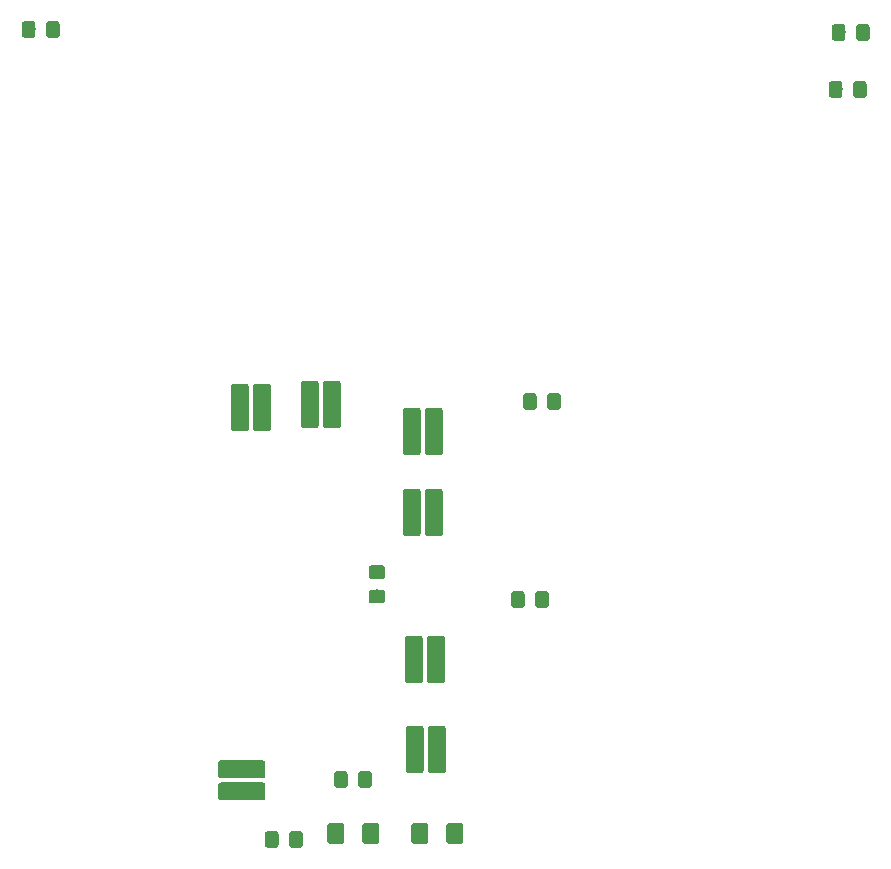
<source format=gtp>
G04 #@! TF.GenerationSoftware,KiCad,Pcbnew,5.0.2-bee76a0~70~ubuntu16.04.1*
G04 #@! TF.CreationDate,2019-01-06T13:47:42-08:00*
G04 #@! TF.ProjectId,fpif,66706966-2e6b-4696-9361-645f70636258,rev?*
G04 #@! TF.SameCoordinates,Original*
G04 #@! TF.FileFunction,Paste,Top*
G04 #@! TF.FilePolarity,Positive*
%FSLAX46Y46*%
G04 Gerber Fmt 4.6, Leading zero omitted, Abs format (unit mm)*
G04 Created by KiCad (PCBNEW 5.0.2-bee76a0~70~ubuntu16.04.1) date Sun 06 Jan 2019 01:47:42 PM PST*
%MOMM*%
%LPD*%
G01*
G04 APERTURE LIST*
%ADD10C,0.100000*%
%ADD11C,1.425000*%
%ADD12C,1.150000*%
%ADD13C,1.525000*%
G04 APERTURE END LIST*
D10*
G04 #@! TO.C,C3*
G36*
X156950504Y-117871204D02*
X156974773Y-117874804D01*
X156998571Y-117880765D01*
X157021671Y-117889030D01*
X157043849Y-117899520D01*
X157064893Y-117912133D01*
X157084598Y-117926747D01*
X157102777Y-117943223D01*
X157119253Y-117961402D01*
X157133867Y-117981107D01*
X157146480Y-118002151D01*
X157156970Y-118024329D01*
X157165235Y-118047429D01*
X157171196Y-118071227D01*
X157174796Y-118095496D01*
X157176000Y-118120000D01*
X157176000Y-119370000D01*
X157174796Y-119394504D01*
X157171196Y-119418773D01*
X157165235Y-119442571D01*
X157156970Y-119465671D01*
X157146480Y-119487849D01*
X157133867Y-119508893D01*
X157119253Y-119528598D01*
X157102777Y-119546777D01*
X157084598Y-119563253D01*
X157064893Y-119577867D01*
X157043849Y-119590480D01*
X157021671Y-119600970D01*
X156998571Y-119609235D01*
X156974773Y-119615196D01*
X156950504Y-119618796D01*
X156926000Y-119620000D01*
X156001000Y-119620000D01*
X155976496Y-119618796D01*
X155952227Y-119615196D01*
X155928429Y-119609235D01*
X155905329Y-119600970D01*
X155883151Y-119590480D01*
X155862107Y-119577867D01*
X155842402Y-119563253D01*
X155824223Y-119546777D01*
X155807747Y-119528598D01*
X155793133Y-119508893D01*
X155780520Y-119487849D01*
X155770030Y-119465671D01*
X155761765Y-119442571D01*
X155755804Y-119418773D01*
X155752204Y-119394504D01*
X155751000Y-119370000D01*
X155751000Y-118120000D01*
X155752204Y-118095496D01*
X155755804Y-118071227D01*
X155761765Y-118047429D01*
X155770030Y-118024329D01*
X155780520Y-118002151D01*
X155793133Y-117981107D01*
X155807747Y-117961402D01*
X155824223Y-117943223D01*
X155842402Y-117926747D01*
X155862107Y-117912133D01*
X155883151Y-117899520D01*
X155905329Y-117889030D01*
X155928429Y-117880765D01*
X155952227Y-117874804D01*
X155976496Y-117871204D01*
X156001000Y-117870000D01*
X156926000Y-117870000D01*
X156950504Y-117871204D01*
X156950504Y-117871204D01*
G37*
D11*
X156463500Y-118745000D03*
D10*
G36*
X153975504Y-117871204D02*
X153999773Y-117874804D01*
X154023571Y-117880765D01*
X154046671Y-117889030D01*
X154068849Y-117899520D01*
X154089893Y-117912133D01*
X154109598Y-117926747D01*
X154127777Y-117943223D01*
X154144253Y-117961402D01*
X154158867Y-117981107D01*
X154171480Y-118002151D01*
X154181970Y-118024329D01*
X154190235Y-118047429D01*
X154196196Y-118071227D01*
X154199796Y-118095496D01*
X154201000Y-118120000D01*
X154201000Y-119370000D01*
X154199796Y-119394504D01*
X154196196Y-119418773D01*
X154190235Y-119442571D01*
X154181970Y-119465671D01*
X154171480Y-119487849D01*
X154158867Y-119508893D01*
X154144253Y-119528598D01*
X154127777Y-119546777D01*
X154109598Y-119563253D01*
X154089893Y-119577867D01*
X154068849Y-119590480D01*
X154046671Y-119600970D01*
X154023571Y-119609235D01*
X153999773Y-119615196D01*
X153975504Y-119618796D01*
X153951000Y-119620000D01*
X153026000Y-119620000D01*
X153001496Y-119618796D01*
X152977227Y-119615196D01*
X152953429Y-119609235D01*
X152930329Y-119600970D01*
X152908151Y-119590480D01*
X152887107Y-119577867D01*
X152867402Y-119563253D01*
X152849223Y-119546777D01*
X152832747Y-119528598D01*
X152818133Y-119508893D01*
X152805520Y-119487849D01*
X152795030Y-119465671D01*
X152786765Y-119442571D01*
X152780804Y-119418773D01*
X152777204Y-119394504D01*
X152776000Y-119370000D01*
X152776000Y-118120000D01*
X152777204Y-118095496D01*
X152780804Y-118071227D01*
X152786765Y-118047429D01*
X152795030Y-118024329D01*
X152805520Y-118002151D01*
X152818133Y-117981107D01*
X152832747Y-117961402D01*
X152849223Y-117943223D01*
X152867402Y-117926747D01*
X152887107Y-117912133D01*
X152908151Y-117899520D01*
X152930329Y-117889030D01*
X152953429Y-117880765D01*
X152977227Y-117874804D01*
X153001496Y-117871204D01*
X153026000Y-117870000D01*
X153951000Y-117870000D01*
X153975504Y-117871204D01*
X153975504Y-117871204D01*
G37*
D11*
X153488500Y-118745000D03*
G04 #@! TD*
D10*
G04 #@! TO.C,C4*
G36*
X149838504Y-117871204D02*
X149862773Y-117874804D01*
X149886571Y-117880765D01*
X149909671Y-117889030D01*
X149931849Y-117899520D01*
X149952893Y-117912133D01*
X149972598Y-117926747D01*
X149990777Y-117943223D01*
X150007253Y-117961402D01*
X150021867Y-117981107D01*
X150034480Y-118002151D01*
X150044970Y-118024329D01*
X150053235Y-118047429D01*
X150059196Y-118071227D01*
X150062796Y-118095496D01*
X150064000Y-118120000D01*
X150064000Y-119370000D01*
X150062796Y-119394504D01*
X150059196Y-119418773D01*
X150053235Y-119442571D01*
X150044970Y-119465671D01*
X150034480Y-119487849D01*
X150021867Y-119508893D01*
X150007253Y-119528598D01*
X149990777Y-119546777D01*
X149972598Y-119563253D01*
X149952893Y-119577867D01*
X149931849Y-119590480D01*
X149909671Y-119600970D01*
X149886571Y-119609235D01*
X149862773Y-119615196D01*
X149838504Y-119618796D01*
X149814000Y-119620000D01*
X148889000Y-119620000D01*
X148864496Y-119618796D01*
X148840227Y-119615196D01*
X148816429Y-119609235D01*
X148793329Y-119600970D01*
X148771151Y-119590480D01*
X148750107Y-119577867D01*
X148730402Y-119563253D01*
X148712223Y-119546777D01*
X148695747Y-119528598D01*
X148681133Y-119508893D01*
X148668520Y-119487849D01*
X148658030Y-119465671D01*
X148649765Y-119442571D01*
X148643804Y-119418773D01*
X148640204Y-119394504D01*
X148639000Y-119370000D01*
X148639000Y-118120000D01*
X148640204Y-118095496D01*
X148643804Y-118071227D01*
X148649765Y-118047429D01*
X148658030Y-118024329D01*
X148668520Y-118002151D01*
X148681133Y-117981107D01*
X148695747Y-117961402D01*
X148712223Y-117943223D01*
X148730402Y-117926747D01*
X148750107Y-117912133D01*
X148771151Y-117899520D01*
X148793329Y-117889030D01*
X148816429Y-117880765D01*
X148840227Y-117874804D01*
X148864496Y-117871204D01*
X148889000Y-117870000D01*
X149814000Y-117870000D01*
X149838504Y-117871204D01*
X149838504Y-117871204D01*
G37*
D11*
X149351500Y-118745000D03*
D10*
G36*
X146863504Y-117871204D02*
X146887773Y-117874804D01*
X146911571Y-117880765D01*
X146934671Y-117889030D01*
X146956849Y-117899520D01*
X146977893Y-117912133D01*
X146997598Y-117926747D01*
X147015777Y-117943223D01*
X147032253Y-117961402D01*
X147046867Y-117981107D01*
X147059480Y-118002151D01*
X147069970Y-118024329D01*
X147078235Y-118047429D01*
X147084196Y-118071227D01*
X147087796Y-118095496D01*
X147089000Y-118120000D01*
X147089000Y-119370000D01*
X147087796Y-119394504D01*
X147084196Y-119418773D01*
X147078235Y-119442571D01*
X147069970Y-119465671D01*
X147059480Y-119487849D01*
X147046867Y-119508893D01*
X147032253Y-119528598D01*
X147015777Y-119546777D01*
X146997598Y-119563253D01*
X146977893Y-119577867D01*
X146956849Y-119590480D01*
X146934671Y-119600970D01*
X146911571Y-119609235D01*
X146887773Y-119615196D01*
X146863504Y-119618796D01*
X146839000Y-119620000D01*
X145914000Y-119620000D01*
X145889496Y-119618796D01*
X145865227Y-119615196D01*
X145841429Y-119609235D01*
X145818329Y-119600970D01*
X145796151Y-119590480D01*
X145775107Y-119577867D01*
X145755402Y-119563253D01*
X145737223Y-119546777D01*
X145720747Y-119528598D01*
X145706133Y-119508893D01*
X145693520Y-119487849D01*
X145683030Y-119465671D01*
X145674765Y-119442571D01*
X145668804Y-119418773D01*
X145665204Y-119394504D01*
X145664000Y-119370000D01*
X145664000Y-118120000D01*
X145665204Y-118095496D01*
X145668804Y-118071227D01*
X145674765Y-118047429D01*
X145683030Y-118024329D01*
X145693520Y-118002151D01*
X145706133Y-117981107D01*
X145720747Y-117961402D01*
X145737223Y-117943223D01*
X145755402Y-117926747D01*
X145775107Y-117912133D01*
X145796151Y-117899520D01*
X145818329Y-117889030D01*
X145841429Y-117880765D01*
X145865227Y-117874804D01*
X145889496Y-117871204D01*
X145914000Y-117870000D01*
X146839000Y-117870000D01*
X146863504Y-117871204D01*
X146863504Y-117871204D01*
G37*
D11*
X146376500Y-118745000D03*
G04 #@! TD*
D10*
G04 #@! TO.C,C5*
G36*
X141310505Y-118554204D02*
X141334773Y-118557804D01*
X141358572Y-118563765D01*
X141381671Y-118572030D01*
X141403850Y-118582520D01*
X141424893Y-118595132D01*
X141444599Y-118609747D01*
X141462777Y-118626223D01*
X141479253Y-118644401D01*
X141493868Y-118664107D01*
X141506480Y-118685150D01*
X141516970Y-118707329D01*
X141525235Y-118730428D01*
X141531196Y-118754227D01*
X141534796Y-118778495D01*
X141536000Y-118802999D01*
X141536000Y-119703001D01*
X141534796Y-119727505D01*
X141531196Y-119751773D01*
X141525235Y-119775572D01*
X141516970Y-119798671D01*
X141506480Y-119820850D01*
X141493868Y-119841893D01*
X141479253Y-119861599D01*
X141462777Y-119879777D01*
X141444599Y-119896253D01*
X141424893Y-119910868D01*
X141403850Y-119923480D01*
X141381671Y-119933970D01*
X141358572Y-119942235D01*
X141334773Y-119948196D01*
X141310505Y-119951796D01*
X141286001Y-119953000D01*
X140635999Y-119953000D01*
X140611495Y-119951796D01*
X140587227Y-119948196D01*
X140563428Y-119942235D01*
X140540329Y-119933970D01*
X140518150Y-119923480D01*
X140497107Y-119910868D01*
X140477401Y-119896253D01*
X140459223Y-119879777D01*
X140442747Y-119861599D01*
X140428132Y-119841893D01*
X140415520Y-119820850D01*
X140405030Y-119798671D01*
X140396765Y-119775572D01*
X140390804Y-119751773D01*
X140387204Y-119727505D01*
X140386000Y-119703001D01*
X140386000Y-118802999D01*
X140387204Y-118778495D01*
X140390804Y-118754227D01*
X140396765Y-118730428D01*
X140405030Y-118707329D01*
X140415520Y-118685150D01*
X140428132Y-118664107D01*
X140442747Y-118644401D01*
X140459223Y-118626223D01*
X140477401Y-118609747D01*
X140497107Y-118595132D01*
X140518150Y-118582520D01*
X140540329Y-118572030D01*
X140563428Y-118563765D01*
X140587227Y-118557804D01*
X140611495Y-118554204D01*
X140635999Y-118553000D01*
X141286001Y-118553000D01*
X141310505Y-118554204D01*
X141310505Y-118554204D01*
G37*
D12*
X140961000Y-119253000D03*
D10*
G36*
X143360505Y-118554204D02*
X143384773Y-118557804D01*
X143408572Y-118563765D01*
X143431671Y-118572030D01*
X143453850Y-118582520D01*
X143474893Y-118595132D01*
X143494599Y-118609747D01*
X143512777Y-118626223D01*
X143529253Y-118644401D01*
X143543868Y-118664107D01*
X143556480Y-118685150D01*
X143566970Y-118707329D01*
X143575235Y-118730428D01*
X143581196Y-118754227D01*
X143584796Y-118778495D01*
X143586000Y-118802999D01*
X143586000Y-119703001D01*
X143584796Y-119727505D01*
X143581196Y-119751773D01*
X143575235Y-119775572D01*
X143566970Y-119798671D01*
X143556480Y-119820850D01*
X143543868Y-119841893D01*
X143529253Y-119861599D01*
X143512777Y-119879777D01*
X143494599Y-119896253D01*
X143474893Y-119910868D01*
X143453850Y-119923480D01*
X143431671Y-119933970D01*
X143408572Y-119942235D01*
X143384773Y-119948196D01*
X143360505Y-119951796D01*
X143336001Y-119953000D01*
X142685999Y-119953000D01*
X142661495Y-119951796D01*
X142637227Y-119948196D01*
X142613428Y-119942235D01*
X142590329Y-119933970D01*
X142568150Y-119923480D01*
X142547107Y-119910868D01*
X142527401Y-119896253D01*
X142509223Y-119879777D01*
X142492747Y-119861599D01*
X142478132Y-119841893D01*
X142465520Y-119820850D01*
X142455030Y-119798671D01*
X142446765Y-119775572D01*
X142440804Y-119751773D01*
X142437204Y-119727505D01*
X142436000Y-119703001D01*
X142436000Y-118802999D01*
X142437204Y-118778495D01*
X142440804Y-118754227D01*
X142446765Y-118730428D01*
X142455030Y-118707329D01*
X142465520Y-118685150D01*
X142478132Y-118664107D01*
X142492747Y-118644401D01*
X142509223Y-118626223D01*
X142527401Y-118609747D01*
X142547107Y-118595132D01*
X142568150Y-118582520D01*
X142590329Y-118572030D01*
X142613428Y-118563765D01*
X142637227Y-118557804D01*
X142661495Y-118554204D01*
X142685999Y-118553000D01*
X143336001Y-118553000D01*
X143360505Y-118554204D01*
X143360505Y-118554204D01*
G37*
D12*
X143011000Y-119253000D03*
G04 #@! TD*
D10*
G04 #@! TO.C,C6*
G36*
X147161505Y-113474204D02*
X147185773Y-113477804D01*
X147209572Y-113483765D01*
X147232671Y-113492030D01*
X147254850Y-113502520D01*
X147275893Y-113515132D01*
X147295599Y-113529747D01*
X147313777Y-113546223D01*
X147330253Y-113564401D01*
X147344868Y-113584107D01*
X147357480Y-113605150D01*
X147367970Y-113627329D01*
X147376235Y-113650428D01*
X147382196Y-113674227D01*
X147385796Y-113698495D01*
X147387000Y-113722999D01*
X147387000Y-114623001D01*
X147385796Y-114647505D01*
X147382196Y-114671773D01*
X147376235Y-114695572D01*
X147367970Y-114718671D01*
X147357480Y-114740850D01*
X147344868Y-114761893D01*
X147330253Y-114781599D01*
X147313777Y-114799777D01*
X147295599Y-114816253D01*
X147275893Y-114830868D01*
X147254850Y-114843480D01*
X147232671Y-114853970D01*
X147209572Y-114862235D01*
X147185773Y-114868196D01*
X147161505Y-114871796D01*
X147137001Y-114873000D01*
X146486999Y-114873000D01*
X146462495Y-114871796D01*
X146438227Y-114868196D01*
X146414428Y-114862235D01*
X146391329Y-114853970D01*
X146369150Y-114843480D01*
X146348107Y-114830868D01*
X146328401Y-114816253D01*
X146310223Y-114799777D01*
X146293747Y-114781599D01*
X146279132Y-114761893D01*
X146266520Y-114740850D01*
X146256030Y-114718671D01*
X146247765Y-114695572D01*
X146241804Y-114671773D01*
X146238204Y-114647505D01*
X146237000Y-114623001D01*
X146237000Y-113722999D01*
X146238204Y-113698495D01*
X146241804Y-113674227D01*
X146247765Y-113650428D01*
X146256030Y-113627329D01*
X146266520Y-113605150D01*
X146279132Y-113584107D01*
X146293747Y-113564401D01*
X146310223Y-113546223D01*
X146328401Y-113529747D01*
X146348107Y-113515132D01*
X146369150Y-113502520D01*
X146391329Y-113492030D01*
X146414428Y-113483765D01*
X146438227Y-113477804D01*
X146462495Y-113474204D01*
X146486999Y-113473000D01*
X147137001Y-113473000D01*
X147161505Y-113474204D01*
X147161505Y-113474204D01*
G37*
D12*
X146812000Y-114173000D03*
D10*
G36*
X149211505Y-113474204D02*
X149235773Y-113477804D01*
X149259572Y-113483765D01*
X149282671Y-113492030D01*
X149304850Y-113502520D01*
X149325893Y-113515132D01*
X149345599Y-113529747D01*
X149363777Y-113546223D01*
X149380253Y-113564401D01*
X149394868Y-113584107D01*
X149407480Y-113605150D01*
X149417970Y-113627329D01*
X149426235Y-113650428D01*
X149432196Y-113674227D01*
X149435796Y-113698495D01*
X149437000Y-113722999D01*
X149437000Y-114623001D01*
X149435796Y-114647505D01*
X149432196Y-114671773D01*
X149426235Y-114695572D01*
X149417970Y-114718671D01*
X149407480Y-114740850D01*
X149394868Y-114761893D01*
X149380253Y-114781599D01*
X149363777Y-114799777D01*
X149345599Y-114816253D01*
X149325893Y-114830868D01*
X149304850Y-114843480D01*
X149282671Y-114853970D01*
X149259572Y-114862235D01*
X149235773Y-114868196D01*
X149211505Y-114871796D01*
X149187001Y-114873000D01*
X148536999Y-114873000D01*
X148512495Y-114871796D01*
X148488227Y-114868196D01*
X148464428Y-114862235D01*
X148441329Y-114853970D01*
X148419150Y-114843480D01*
X148398107Y-114830868D01*
X148378401Y-114816253D01*
X148360223Y-114799777D01*
X148343747Y-114781599D01*
X148329132Y-114761893D01*
X148316520Y-114740850D01*
X148306030Y-114718671D01*
X148297765Y-114695572D01*
X148291804Y-114671773D01*
X148288204Y-114647505D01*
X148287000Y-114623001D01*
X148287000Y-113722999D01*
X148288204Y-113698495D01*
X148291804Y-113674227D01*
X148297765Y-113650428D01*
X148306030Y-113627329D01*
X148316520Y-113605150D01*
X148329132Y-113584107D01*
X148343747Y-113564401D01*
X148360223Y-113546223D01*
X148378401Y-113529747D01*
X148398107Y-113515132D01*
X148419150Y-113502520D01*
X148441329Y-113492030D01*
X148464428Y-113483765D01*
X148488227Y-113477804D01*
X148512495Y-113474204D01*
X148536999Y-113473000D01*
X149187001Y-113473000D01*
X149211505Y-113474204D01*
X149211505Y-113474204D01*
G37*
D12*
X148862000Y-114173000D03*
G04 #@! TD*
D10*
G04 #@! TO.C,C7*
G36*
X162147505Y-98234204D02*
X162171773Y-98237804D01*
X162195572Y-98243765D01*
X162218671Y-98252030D01*
X162240850Y-98262520D01*
X162261893Y-98275132D01*
X162281599Y-98289747D01*
X162299777Y-98306223D01*
X162316253Y-98324401D01*
X162330868Y-98344107D01*
X162343480Y-98365150D01*
X162353970Y-98387329D01*
X162362235Y-98410428D01*
X162368196Y-98434227D01*
X162371796Y-98458495D01*
X162373000Y-98482999D01*
X162373000Y-99383001D01*
X162371796Y-99407505D01*
X162368196Y-99431773D01*
X162362235Y-99455572D01*
X162353970Y-99478671D01*
X162343480Y-99500850D01*
X162330868Y-99521893D01*
X162316253Y-99541599D01*
X162299777Y-99559777D01*
X162281599Y-99576253D01*
X162261893Y-99590868D01*
X162240850Y-99603480D01*
X162218671Y-99613970D01*
X162195572Y-99622235D01*
X162171773Y-99628196D01*
X162147505Y-99631796D01*
X162123001Y-99633000D01*
X161472999Y-99633000D01*
X161448495Y-99631796D01*
X161424227Y-99628196D01*
X161400428Y-99622235D01*
X161377329Y-99613970D01*
X161355150Y-99603480D01*
X161334107Y-99590868D01*
X161314401Y-99576253D01*
X161296223Y-99559777D01*
X161279747Y-99541599D01*
X161265132Y-99521893D01*
X161252520Y-99500850D01*
X161242030Y-99478671D01*
X161233765Y-99455572D01*
X161227804Y-99431773D01*
X161224204Y-99407505D01*
X161223000Y-99383001D01*
X161223000Y-98482999D01*
X161224204Y-98458495D01*
X161227804Y-98434227D01*
X161233765Y-98410428D01*
X161242030Y-98387329D01*
X161252520Y-98365150D01*
X161265132Y-98344107D01*
X161279747Y-98324401D01*
X161296223Y-98306223D01*
X161314401Y-98289747D01*
X161334107Y-98275132D01*
X161355150Y-98262520D01*
X161377329Y-98252030D01*
X161400428Y-98243765D01*
X161424227Y-98237804D01*
X161448495Y-98234204D01*
X161472999Y-98233000D01*
X162123001Y-98233000D01*
X162147505Y-98234204D01*
X162147505Y-98234204D01*
G37*
D12*
X161798000Y-98933000D03*
D10*
G36*
X164197505Y-98234204D02*
X164221773Y-98237804D01*
X164245572Y-98243765D01*
X164268671Y-98252030D01*
X164290850Y-98262520D01*
X164311893Y-98275132D01*
X164331599Y-98289747D01*
X164349777Y-98306223D01*
X164366253Y-98324401D01*
X164380868Y-98344107D01*
X164393480Y-98365150D01*
X164403970Y-98387329D01*
X164412235Y-98410428D01*
X164418196Y-98434227D01*
X164421796Y-98458495D01*
X164423000Y-98482999D01*
X164423000Y-99383001D01*
X164421796Y-99407505D01*
X164418196Y-99431773D01*
X164412235Y-99455572D01*
X164403970Y-99478671D01*
X164393480Y-99500850D01*
X164380868Y-99521893D01*
X164366253Y-99541599D01*
X164349777Y-99559777D01*
X164331599Y-99576253D01*
X164311893Y-99590868D01*
X164290850Y-99603480D01*
X164268671Y-99613970D01*
X164245572Y-99622235D01*
X164221773Y-99628196D01*
X164197505Y-99631796D01*
X164173001Y-99633000D01*
X163522999Y-99633000D01*
X163498495Y-99631796D01*
X163474227Y-99628196D01*
X163450428Y-99622235D01*
X163427329Y-99613970D01*
X163405150Y-99603480D01*
X163384107Y-99590868D01*
X163364401Y-99576253D01*
X163346223Y-99559777D01*
X163329747Y-99541599D01*
X163315132Y-99521893D01*
X163302520Y-99500850D01*
X163292030Y-99478671D01*
X163283765Y-99455572D01*
X163277804Y-99431773D01*
X163274204Y-99407505D01*
X163273000Y-99383001D01*
X163273000Y-98482999D01*
X163274204Y-98458495D01*
X163277804Y-98434227D01*
X163283765Y-98410428D01*
X163292030Y-98387329D01*
X163302520Y-98365150D01*
X163315132Y-98344107D01*
X163329747Y-98324401D01*
X163346223Y-98306223D01*
X163364401Y-98289747D01*
X163384107Y-98275132D01*
X163405150Y-98262520D01*
X163427329Y-98252030D01*
X163450428Y-98243765D01*
X163474227Y-98237804D01*
X163498495Y-98234204D01*
X163522999Y-98233000D01*
X164173001Y-98233000D01*
X164197505Y-98234204D01*
X164197505Y-98234204D01*
G37*
D12*
X163848000Y-98933000D03*
G04 #@! TD*
D10*
G04 #@! TO.C,C8*
G36*
X163163505Y-81470204D02*
X163187773Y-81473804D01*
X163211572Y-81479765D01*
X163234671Y-81488030D01*
X163256850Y-81498520D01*
X163277893Y-81511132D01*
X163297599Y-81525747D01*
X163315777Y-81542223D01*
X163332253Y-81560401D01*
X163346868Y-81580107D01*
X163359480Y-81601150D01*
X163369970Y-81623329D01*
X163378235Y-81646428D01*
X163384196Y-81670227D01*
X163387796Y-81694495D01*
X163389000Y-81718999D01*
X163389000Y-82619001D01*
X163387796Y-82643505D01*
X163384196Y-82667773D01*
X163378235Y-82691572D01*
X163369970Y-82714671D01*
X163359480Y-82736850D01*
X163346868Y-82757893D01*
X163332253Y-82777599D01*
X163315777Y-82795777D01*
X163297599Y-82812253D01*
X163277893Y-82826868D01*
X163256850Y-82839480D01*
X163234671Y-82849970D01*
X163211572Y-82858235D01*
X163187773Y-82864196D01*
X163163505Y-82867796D01*
X163139001Y-82869000D01*
X162488999Y-82869000D01*
X162464495Y-82867796D01*
X162440227Y-82864196D01*
X162416428Y-82858235D01*
X162393329Y-82849970D01*
X162371150Y-82839480D01*
X162350107Y-82826868D01*
X162330401Y-82812253D01*
X162312223Y-82795777D01*
X162295747Y-82777599D01*
X162281132Y-82757893D01*
X162268520Y-82736850D01*
X162258030Y-82714671D01*
X162249765Y-82691572D01*
X162243804Y-82667773D01*
X162240204Y-82643505D01*
X162239000Y-82619001D01*
X162239000Y-81718999D01*
X162240204Y-81694495D01*
X162243804Y-81670227D01*
X162249765Y-81646428D01*
X162258030Y-81623329D01*
X162268520Y-81601150D01*
X162281132Y-81580107D01*
X162295747Y-81560401D01*
X162312223Y-81542223D01*
X162330401Y-81525747D01*
X162350107Y-81511132D01*
X162371150Y-81498520D01*
X162393329Y-81488030D01*
X162416428Y-81479765D01*
X162440227Y-81473804D01*
X162464495Y-81470204D01*
X162488999Y-81469000D01*
X163139001Y-81469000D01*
X163163505Y-81470204D01*
X163163505Y-81470204D01*
G37*
D12*
X162814000Y-82169000D03*
D10*
G36*
X165213505Y-81470204D02*
X165237773Y-81473804D01*
X165261572Y-81479765D01*
X165284671Y-81488030D01*
X165306850Y-81498520D01*
X165327893Y-81511132D01*
X165347599Y-81525747D01*
X165365777Y-81542223D01*
X165382253Y-81560401D01*
X165396868Y-81580107D01*
X165409480Y-81601150D01*
X165419970Y-81623329D01*
X165428235Y-81646428D01*
X165434196Y-81670227D01*
X165437796Y-81694495D01*
X165439000Y-81718999D01*
X165439000Y-82619001D01*
X165437796Y-82643505D01*
X165434196Y-82667773D01*
X165428235Y-82691572D01*
X165419970Y-82714671D01*
X165409480Y-82736850D01*
X165396868Y-82757893D01*
X165382253Y-82777599D01*
X165365777Y-82795777D01*
X165347599Y-82812253D01*
X165327893Y-82826868D01*
X165306850Y-82839480D01*
X165284671Y-82849970D01*
X165261572Y-82858235D01*
X165237773Y-82864196D01*
X165213505Y-82867796D01*
X165189001Y-82869000D01*
X164538999Y-82869000D01*
X164514495Y-82867796D01*
X164490227Y-82864196D01*
X164466428Y-82858235D01*
X164443329Y-82849970D01*
X164421150Y-82839480D01*
X164400107Y-82826868D01*
X164380401Y-82812253D01*
X164362223Y-82795777D01*
X164345747Y-82777599D01*
X164331132Y-82757893D01*
X164318520Y-82736850D01*
X164308030Y-82714671D01*
X164299765Y-82691572D01*
X164293804Y-82667773D01*
X164290204Y-82643505D01*
X164289000Y-82619001D01*
X164289000Y-81718999D01*
X164290204Y-81694495D01*
X164293804Y-81670227D01*
X164299765Y-81646428D01*
X164308030Y-81623329D01*
X164318520Y-81601150D01*
X164331132Y-81580107D01*
X164345747Y-81560401D01*
X164362223Y-81542223D01*
X164380401Y-81525747D01*
X164400107Y-81511132D01*
X164421150Y-81498520D01*
X164443329Y-81488030D01*
X164466428Y-81479765D01*
X164490227Y-81473804D01*
X164514495Y-81470204D01*
X164538999Y-81469000D01*
X165189001Y-81469000D01*
X165213505Y-81470204D01*
X165213505Y-81470204D01*
G37*
D12*
X164864000Y-82169000D03*
G04 #@! TD*
D10*
G04 #@! TO.C,R1*
G36*
X140666505Y-80678204D02*
X140690773Y-80681804D01*
X140714572Y-80687765D01*
X140737671Y-80696030D01*
X140759850Y-80706520D01*
X140780893Y-80719132D01*
X140800599Y-80733747D01*
X140818777Y-80750223D01*
X140835253Y-80768401D01*
X140849868Y-80788107D01*
X140862480Y-80809150D01*
X140872970Y-80831329D01*
X140881235Y-80854428D01*
X140887196Y-80878227D01*
X140890796Y-80902495D01*
X140892000Y-80926999D01*
X140892000Y-84427001D01*
X140890796Y-84451505D01*
X140887196Y-84475773D01*
X140881235Y-84499572D01*
X140872970Y-84522671D01*
X140862480Y-84544850D01*
X140849868Y-84565893D01*
X140835253Y-84585599D01*
X140818777Y-84603777D01*
X140800599Y-84620253D01*
X140780893Y-84634868D01*
X140759850Y-84647480D01*
X140737671Y-84657970D01*
X140714572Y-84666235D01*
X140690773Y-84672196D01*
X140666505Y-84675796D01*
X140642001Y-84677000D01*
X139616999Y-84677000D01*
X139592495Y-84675796D01*
X139568227Y-84672196D01*
X139544428Y-84666235D01*
X139521329Y-84657970D01*
X139499150Y-84647480D01*
X139478107Y-84634868D01*
X139458401Y-84620253D01*
X139440223Y-84603777D01*
X139423747Y-84585599D01*
X139409132Y-84565893D01*
X139396520Y-84544850D01*
X139386030Y-84522671D01*
X139377765Y-84499572D01*
X139371804Y-84475773D01*
X139368204Y-84451505D01*
X139367000Y-84427001D01*
X139367000Y-80926999D01*
X139368204Y-80902495D01*
X139371804Y-80878227D01*
X139377765Y-80854428D01*
X139386030Y-80831329D01*
X139396520Y-80809150D01*
X139409132Y-80788107D01*
X139423747Y-80768401D01*
X139440223Y-80750223D01*
X139458401Y-80733747D01*
X139478107Y-80719132D01*
X139499150Y-80706520D01*
X139521329Y-80696030D01*
X139544428Y-80687765D01*
X139568227Y-80681804D01*
X139592495Y-80678204D01*
X139616999Y-80677000D01*
X140642001Y-80677000D01*
X140666505Y-80678204D01*
X140666505Y-80678204D01*
G37*
D13*
X140129500Y-82677000D03*
D10*
G36*
X138791505Y-80678204D02*
X138815773Y-80681804D01*
X138839572Y-80687765D01*
X138862671Y-80696030D01*
X138884850Y-80706520D01*
X138905893Y-80719132D01*
X138925599Y-80733747D01*
X138943777Y-80750223D01*
X138960253Y-80768401D01*
X138974868Y-80788107D01*
X138987480Y-80809150D01*
X138997970Y-80831329D01*
X139006235Y-80854428D01*
X139012196Y-80878227D01*
X139015796Y-80902495D01*
X139017000Y-80926999D01*
X139017000Y-84427001D01*
X139015796Y-84451505D01*
X139012196Y-84475773D01*
X139006235Y-84499572D01*
X138997970Y-84522671D01*
X138987480Y-84544850D01*
X138974868Y-84565893D01*
X138960253Y-84585599D01*
X138943777Y-84603777D01*
X138925599Y-84620253D01*
X138905893Y-84634868D01*
X138884850Y-84647480D01*
X138862671Y-84657970D01*
X138839572Y-84666235D01*
X138815773Y-84672196D01*
X138791505Y-84675796D01*
X138767001Y-84677000D01*
X137741999Y-84677000D01*
X137717495Y-84675796D01*
X137693227Y-84672196D01*
X137669428Y-84666235D01*
X137646329Y-84657970D01*
X137624150Y-84647480D01*
X137603107Y-84634868D01*
X137583401Y-84620253D01*
X137565223Y-84603777D01*
X137548747Y-84585599D01*
X137534132Y-84565893D01*
X137521520Y-84544850D01*
X137511030Y-84522671D01*
X137502765Y-84499572D01*
X137496804Y-84475773D01*
X137493204Y-84451505D01*
X137492000Y-84427001D01*
X137492000Y-80926999D01*
X137493204Y-80902495D01*
X137496804Y-80878227D01*
X137502765Y-80854428D01*
X137511030Y-80831329D01*
X137521520Y-80809150D01*
X137534132Y-80788107D01*
X137548747Y-80768401D01*
X137565223Y-80750223D01*
X137583401Y-80733747D01*
X137603107Y-80719132D01*
X137624150Y-80706520D01*
X137646329Y-80696030D01*
X137669428Y-80687765D01*
X137693227Y-80681804D01*
X137717495Y-80678204D01*
X137741999Y-80677000D01*
X138767001Y-80677000D01*
X138791505Y-80678204D01*
X138791505Y-80678204D01*
G37*
D13*
X138254500Y-82677000D03*
G04 #@! TD*
D10*
G04 #@! TO.C,R2*
G36*
X144711505Y-80424204D02*
X144735773Y-80427804D01*
X144759572Y-80433765D01*
X144782671Y-80442030D01*
X144804850Y-80452520D01*
X144825893Y-80465132D01*
X144845599Y-80479747D01*
X144863777Y-80496223D01*
X144880253Y-80514401D01*
X144894868Y-80534107D01*
X144907480Y-80555150D01*
X144917970Y-80577329D01*
X144926235Y-80600428D01*
X144932196Y-80624227D01*
X144935796Y-80648495D01*
X144937000Y-80672999D01*
X144937000Y-84173001D01*
X144935796Y-84197505D01*
X144932196Y-84221773D01*
X144926235Y-84245572D01*
X144917970Y-84268671D01*
X144907480Y-84290850D01*
X144894868Y-84311893D01*
X144880253Y-84331599D01*
X144863777Y-84349777D01*
X144845599Y-84366253D01*
X144825893Y-84380868D01*
X144804850Y-84393480D01*
X144782671Y-84403970D01*
X144759572Y-84412235D01*
X144735773Y-84418196D01*
X144711505Y-84421796D01*
X144687001Y-84423000D01*
X143661999Y-84423000D01*
X143637495Y-84421796D01*
X143613227Y-84418196D01*
X143589428Y-84412235D01*
X143566329Y-84403970D01*
X143544150Y-84393480D01*
X143523107Y-84380868D01*
X143503401Y-84366253D01*
X143485223Y-84349777D01*
X143468747Y-84331599D01*
X143454132Y-84311893D01*
X143441520Y-84290850D01*
X143431030Y-84268671D01*
X143422765Y-84245572D01*
X143416804Y-84221773D01*
X143413204Y-84197505D01*
X143412000Y-84173001D01*
X143412000Y-80672999D01*
X143413204Y-80648495D01*
X143416804Y-80624227D01*
X143422765Y-80600428D01*
X143431030Y-80577329D01*
X143441520Y-80555150D01*
X143454132Y-80534107D01*
X143468747Y-80514401D01*
X143485223Y-80496223D01*
X143503401Y-80479747D01*
X143523107Y-80465132D01*
X143544150Y-80452520D01*
X143566329Y-80442030D01*
X143589428Y-80433765D01*
X143613227Y-80427804D01*
X143637495Y-80424204D01*
X143661999Y-80423000D01*
X144687001Y-80423000D01*
X144711505Y-80424204D01*
X144711505Y-80424204D01*
G37*
D13*
X144174500Y-82423000D03*
D10*
G36*
X146586505Y-80424204D02*
X146610773Y-80427804D01*
X146634572Y-80433765D01*
X146657671Y-80442030D01*
X146679850Y-80452520D01*
X146700893Y-80465132D01*
X146720599Y-80479747D01*
X146738777Y-80496223D01*
X146755253Y-80514401D01*
X146769868Y-80534107D01*
X146782480Y-80555150D01*
X146792970Y-80577329D01*
X146801235Y-80600428D01*
X146807196Y-80624227D01*
X146810796Y-80648495D01*
X146812000Y-80672999D01*
X146812000Y-84173001D01*
X146810796Y-84197505D01*
X146807196Y-84221773D01*
X146801235Y-84245572D01*
X146792970Y-84268671D01*
X146782480Y-84290850D01*
X146769868Y-84311893D01*
X146755253Y-84331599D01*
X146738777Y-84349777D01*
X146720599Y-84366253D01*
X146700893Y-84380868D01*
X146679850Y-84393480D01*
X146657671Y-84403970D01*
X146634572Y-84412235D01*
X146610773Y-84418196D01*
X146586505Y-84421796D01*
X146562001Y-84423000D01*
X145536999Y-84423000D01*
X145512495Y-84421796D01*
X145488227Y-84418196D01*
X145464428Y-84412235D01*
X145441329Y-84403970D01*
X145419150Y-84393480D01*
X145398107Y-84380868D01*
X145378401Y-84366253D01*
X145360223Y-84349777D01*
X145343747Y-84331599D01*
X145329132Y-84311893D01*
X145316520Y-84290850D01*
X145306030Y-84268671D01*
X145297765Y-84245572D01*
X145291804Y-84221773D01*
X145288204Y-84197505D01*
X145287000Y-84173001D01*
X145287000Y-80672999D01*
X145288204Y-80648495D01*
X145291804Y-80624227D01*
X145297765Y-80600428D01*
X145306030Y-80577329D01*
X145316520Y-80555150D01*
X145329132Y-80534107D01*
X145343747Y-80514401D01*
X145360223Y-80496223D01*
X145378401Y-80479747D01*
X145398107Y-80465132D01*
X145419150Y-80452520D01*
X145441329Y-80442030D01*
X145464428Y-80433765D01*
X145488227Y-80427804D01*
X145512495Y-80424204D01*
X145536999Y-80423000D01*
X146562001Y-80423000D01*
X146586505Y-80424204D01*
X146586505Y-80424204D01*
G37*
D13*
X146049500Y-82423000D03*
G04 #@! TD*
D10*
G04 #@! TO.C,R3*
G36*
X140204505Y-114428204D02*
X140228773Y-114431804D01*
X140252572Y-114437765D01*
X140275671Y-114446030D01*
X140297850Y-114456520D01*
X140318893Y-114469132D01*
X140338599Y-114483747D01*
X140356777Y-114500223D01*
X140373253Y-114518401D01*
X140387868Y-114538107D01*
X140400480Y-114559150D01*
X140410970Y-114581329D01*
X140419235Y-114604428D01*
X140425196Y-114628227D01*
X140428796Y-114652495D01*
X140430000Y-114676999D01*
X140430000Y-115702001D01*
X140428796Y-115726505D01*
X140425196Y-115750773D01*
X140419235Y-115774572D01*
X140410970Y-115797671D01*
X140400480Y-115819850D01*
X140387868Y-115840893D01*
X140373253Y-115860599D01*
X140356777Y-115878777D01*
X140338599Y-115895253D01*
X140318893Y-115909868D01*
X140297850Y-115922480D01*
X140275671Y-115932970D01*
X140252572Y-115941235D01*
X140228773Y-115947196D01*
X140204505Y-115950796D01*
X140180001Y-115952000D01*
X136679999Y-115952000D01*
X136655495Y-115950796D01*
X136631227Y-115947196D01*
X136607428Y-115941235D01*
X136584329Y-115932970D01*
X136562150Y-115922480D01*
X136541107Y-115909868D01*
X136521401Y-115895253D01*
X136503223Y-115878777D01*
X136486747Y-115860599D01*
X136472132Y-115840893D01*
X136459520Y-115819850D01*
X136449030Y-115797671D01*
X136440765Y-115774572D01*
X136434804Y-115750773D01*
X136431204Y-115726505D01*
X136430000Y-115702001D01*
X136430000Y-114676999D01*
X136431204Y-114652495D01*
X136434804Y-114628227D01*
X136440765Y-114604428D01*
X136449030Y-114581329D01*
X136459520Y-114559150D01*
X136472132Y-114538107D01*
X136486747Y-114518401D01*
X136503223Y-114500223D01*
X136521401Y-114483747D01*
X136541107Y-114469132D01*
X136562150Y-114456520D01*
X136584329Y-114446030D01*
X136607428Y-114437765D01*
X136631227Y-114431804D01*
X136655495Y-114428204D01*
X136679999Y-114427000D01*
X140180001Y-114427000D01*
X140204505Y-114428204D01*
X140204505Y-114428204D01*
G37*
D13*
X138430000Y-115189500D03*
D10*
G36*
X140204505Y-112553204D02*
X140228773Y-112556804D01*
X140252572Y-112562765D01*
X140275671Y-112571030D01*
X140297850Y-112581520D01*
X140318893Y-112594132D01*
X140338599Y-112608747D01*
X140356777Y-112625223D01*
X140373253Y-112643401D01*
X140387868Y-112663107D01*
X140400480Y-112684150D01*
X140410970Y-112706329D01*
X140419235Y-112729428D01*
X140425196Y-112753227D01*
X140428796Y-112777495D01*
X140430000Y-112801999D01*
X140430000Y-113827001D01*
X140428796Y-113851505D01*
X140425196Y-113875773D01*
X140419235Y-113899572D01*
X140410970Y-113922671D01*
X140400480Y-113944850D01*
X140387868Y-113965893D01*
X140373253Y-113985599D01*
X140356777Y-114003777D01*
X140338599Y-114020253D01*
X140318893Y-114034868D01*
X140297850Y-114047480D01*
X140275671Y-114057970D01*
X140252572Y-114066235D01*
X140228773Y-114072196D01*
X140204505Y-114075796D01*
X140180001Y-114077000D01*
X136679999Y-114077000D01*
X136655495Y-114075796D01*
X136631227Y-114072196D01*
X136607428Y-114066235D01*
X136584329Y-114057970D01*
X136562150Y-114047480D01*
X136541107Y-114034868D01*
X136521401Y-114020253D01*
X136503223Y-114003777D01*
X136486747Y-113985599D01*
X136472132Y-113965893D01*
X136459520Y-113944850D01*
X136449030Y-113922671D01*
X136440765Y-113899572D01*
X136434804Y-113875773D01*
X136431204Y-113851505D01*
X136430000Y-113827001D01*
X136430000Y-112801999D01*
X136431204Y-112777495D01*
X136434804Y-112753227D01*
X136440765Y-112729428D01*
X136449030Y-112706329D01*
X136459520Y-112684150D01*
X136472132Y-112663107D01*
X136486747Y-112643401D01*
X136503223Y-112625223D01*
X136521401Y-112608747D01*
X136541107Y-112594132D01*
X136562150Y-112581520D01*
X136584329Y-112571030D01*
X136607428Y-112562765D01*
X136631227Y-112556804D01*
X136655495Y-112553204D01*
X136679999Y-112552000D01*
X140180001Y-112552000D01*
X140204505Y-112553204D01*
X140204505Y-112553204D01*
G37*
D13*
X138430000Y-113314500D03*
G04 #@! TD*
D10*
G04 #@! TO.C,R4*
G36*
X153347505Y-82710204D02*
X153371773Y-82713804D01*
X153395572Y-82719765D01*
X153418671Y-82728030D01*
X153440850Y-82738520D01*
X153461893Y-82751132D01*
X153481599Y-82765747D01*
X153499777Y-82782223D01*
X153516253Y-82800401D01*
X153530868Y-82820107D01*
X153543480Y-82841150D01*
X153553970Y-82863329D01*
X153562235Y-82886428D01*
X153568196Y-82910227D01*
X153571796Y-82934495D01*
X153573000Y-82958999D01*
X153573000Y-86459001D01*
X153571796Y-86483505D01*
X153568196Y-86507773D01*
X153562235Y-86531572D01*
X153553970Y-86554671D01*
X153543480Y-86576850D01*
X153530868Y-86597893D01*
X153516253Y-86617599D01*
X153499777Y-86635777D01*
X153481599Y-86652253D01*
X153461893Y-86666868D01*
X153440850Y-86679480D01*
X153418671Y-86689970D01*
X153395572Y-86698235D01*
X153371773Y-86704196D01*
X153347505Y-86707796D01*
X153323001Y-86709000D01*
X152297999Y-86709000D01*
X152273495Y-86707796D01*
X152249227Y-86704196D01*
X152225428Y-86698235D01*
X152202329Y-86689970D01*
X152180150Y-86679480D01*
X152159107Y-86666868D01*
X152139401Y-86652253D01*
X152121223Y-86635777D01*
X152104747Y-86617599D01*
X152090132Y-86597893D01*
X152077520Y-86576850D01*
X152067030Y-86554671D01*
X152058765Y-86531572D01*
X152052804Y-86507773D01*
X152049204Y-86483505D01*
X152048000Y-86459001D01*
X152048000Y-82958999D01*
X152049204Y-82934495D01*
X152052804Y-82910227D01*
X152058765Y-82886428D01*
X152067030Y-82863329D01*
X152077520Y-82841150D01*
X152090132Y-82820107D01*
X152104747Y-82800401D01*
X152121223Y-82782223D01*
X152139401Y-82765747D01*
X152159107Y-82751132D01*
X152180150Y-82738520D01*
X152202329Y-82728030D01*
X152225428Y-82719765D01*
X152249227Y-82713804D01*
X152273495Y-82710204D01*
X152297999Y-82709000D01*
X153323001Y-82709000D01*
X153347505Y-82710204D01*
X153347505Y-82710204D01*
G37*
D13*
X152810500Y-84709000D03*
D10*
G36*
X155222505Y-82710204D02*
X155246773Y-82713804D01*
X155270572Y-82719765D01*
X155293671Y-82728030D01*
X155315850Y-82738520D01*
X155336893Y-82751132D01*
X155356599Y-82765747D01*
X155374777Y-82782223D01*
X155391253Y-82800401D01*
X155405868Y-82820107D01*
X155418480Y-82841150D01*
X155428970Y-82863329D01*
X155437235Y-82886428D01*
X155443196Y-82910227D01*
X155446796Y-82934495D01*
X155448000Y-82958999D01*
X155448000Y-86459001D01*
X155446796Y-86483505D01*
X155443196Y-86507773D01*
X155437235Y-86531572D01*
X155428970Y-86554671D01*
X155418480Y-86576850D01*
X155405868Y-86597893D01*
X155391253Y-86617599D01*
X155374777Y-86635777D01*
X155356599Y-86652253D01*
X155336893Y-86666868D01*
X155315850Y-86679480D01*
X155293671Y-86689970D01*
X155270572Y-86698235D01*
X155246773Y-86704196D01*
X155222505Y-86707796D01*
X155198001Y-86709000D01*
X154172999Y-86709000D01*
X154148495Y-86707796D01*
X154124227Y-86704196D01*
X154100428Y-86698235D01*
X154077329Y-86689970D01*
X154055150Y-86679480D01*
X154034107Y-86666868D01*
X154014401Y-86652253D01*
X153996223Y-86635777D01*
X153979747Y-86617599D01*
X153965132Y-86597893D01*
X153952520Y-86576850D01*
X153942030Y-86554671D01*
X153933765Y-86531572D01*
X153927804Y-86507773D01*
X153924204Y-86483505D01*
X153923000Y-86459001D01*
X153923000Y-82958999D01*
X153924204Y-82934495D01*
X153927804Y-82910227D01*
X153933765Y-82886428D01*
X153942030Y-82863329D01*
X153952520Y-82841150D01*
X153965132Y-82820107D01*
X153979747Y-82800401D01*
X153996223Y-82782223D01*
X154014401Y-82765747D01*
X154034107Y-82751132D01*
X154055150Y-82738520D01*
X154077329Y-82728030D01*
X154100428Y-82719765D01*
X154124227Y-82713804D01*
X154148495Y-82710204D01*
X154172999Y-82709000D01*
X155198001Y-82709000D01*
X155222505Y-82710204D01*
X155222505Y-82710204D01*
G37*
D13*
X154685500Y-84709000D03*
G04 #@! TD*
D10*
G04 #@! TO.C,R5*
G36*
X155222505Y-89568204D02*
X155246773Y-89571804D01*
X155270572Y-89577765D01*
X155293671Y-89586030D01*
X155315850Y-89596520D01*
X155336893Y-89609132D01*
X155356599Y-89623747D01*
X155374777Y-89640223D01*
X155391253Y-89658401D01*
X155405868Y-89678107D01*
X155418480Y-89699150D01*
X155428970Y-89721329D01*
X155437235Y-89744428D01*
X155443196Y-89768227D01*
X155446796Y-89792495D01*
X155448000Y-89816999D01*
X155448000Y-93317001D01*
X155446796Y-93341505D01*
X155443196Y-93365773D01*
X155437235Y-93389572D01*
X155428970Y-93412671D01*
X155418480Y-93434850D01*
X155405868Y-93455893D01*
X155391253Y-93475599D01*
X155374777Y-93493777D01*
X155356599Y-93510253D01*
X155336893Y-93524868D01*
X155315850Y-93537480D01*
X155293671Y-93547970D01*
X155270572Y-93556235D01*
X155246773Y-93562196D01*
X155222505Y-93565796D01*
X155198001Y-93567000D01*
X154172999Y-93567000D01*
X154148495Y-93565796D01*
X154124227Y-93562196D01*
X154100428Y-93556235D01*
X154077329Y-93547970D01*
X154055150Y-93537480D01*
X154034107Y-93524868D01*
X154014401Y-93510253D01*
X153996223Y-93493777D01*
X153979747Y-93475599D01*
X153965132Y-93455893D01*
X153952520Y-93434850D01*
X153942030Y-93412671D01*
X153933765Y-93389572D01*
X153927804Y-93365773D01*
X153924204Y-93341505D01*
X153923000Y-93317001D01*
X153923000Y-89816999D01*
X153924204Y-89792495D01*
X153927804Y-89768227D01*
X153933765Y-89744428D01*
X153942030Y-89721329D01*
X153952520Y-89699150D01*
X153965132Y-89678107D01*
X153979747Y-89658401D01*
X153996223Y-89640223D01*
X154014401Y-89623747D01*
X154034107Y-89609132D01*
X154055150Y-89596520D01*
X154077329Y-89586030D01*
X154100428Y-89577765D01*
X154124227Y-89571804D01*
X154148495Y-89568204D01*
X154172999Y-89567000D01*
X155198001Y-89567000D01*
X155222505Y-89568204D01*
X155222505Y-89568204D01*
G37*
D13*
X154685500Y-91567000D03*
D10*
G36*
X153347505Y-89568204D02*
X153371773Y-89571804D01*
X153395572Y-89577765D01*
X153418671Y-89586030D01*
X153440850Y-89596520D01*
X153461893Y-89609132D01*
X153481599Y-89623747D01*
X153499777Y-89640223D01*
X153516253Y-89658401D01*
X153530868Y-89678107D01*
X153543480Y-89699150D01*
X153553970Y-89721329D01*
X153562235Y-89744428D01*
X153568196Y-89768227D01*
X153571796Y-89792495D01*
X153573000Y-89816999D01*
X153573000Y-93317001D01*
X153571796Y-93341505D01*
X153568196Y-93365773D01*
X153562235Y-93389572D01*
X153553970Y-93412671D01*
X153543480Y-93434850D01*
X153530868Y-93455893D01*
X153516253Y-93475599D01*
X153499777Y-93493777D01*
X153481599Y-93510253D01*
X153461893Y-93524868D01*
X153440850Y-93537480D01*
X153418671Y-93547970D01*
X153395572Y-93556235D01*
X153371773Y-93562196D01*
X153347505Y-93565796D01*
X153323001Y-93567000D01*
X152297999Y-93567000D01*
X152273495Y-93565796D01*
X152249227Y-93562196D01*
X152225428Y-93556235D01*
X152202329Y-93547970D01*
X152180150Y-93537480D01*
X152159107Y-93524868D01*
X152139401Y-93510253D01*
X152121223Y-93493777D01*
X152104747Y-93475599D01*
X152090132Y-93455893D01*
X152077520Y-93434850D01*
X152067030Y-93412671D01*
X152058765Y-93389572D01*
X152052804Y-93365773D01*
X152049204Y-93341505D01*
X152048000Y-93317001D01*
X152048000Y-89816999D01*
X152049204Y-89792495D01*
X152052804Y-89768227D01*
X152058765Y-89744428D01*
X152067030Y-89721329D01*
X152077520Y-89699150D01*
X152090132Y-89678107D01*
X152104747Y-89658401D01*
X152121223Y-89640223D01*
X152139401Y-89623747D01*
X152159107Y-89609132D01*
X152180150Y-89596520D01*
X152202329Y-89586030D01*
X152225428Y-89577765D01*
X152249227Y-89571804D01*
X152273495Y-89568204D01*
X152297999Y-89567000D01*
X153323001Y-89567000D01*
X153347505Y-89568204D01*
X153347505Y-89568204D01*
G37*
D13*
X152810500Y-91567000D03*
G04 #@! TD*
D10*
G04 #@! TO.C,R6*
G36*
X153523505Y-102014204D02*
X153547773Y-102017804D01*
X153571572Y-102023765D01*
X153594671Y-102032030D01*
X153616850Y-102042520D01*
X153637893Y-102055132D01*
X153657599Y-102069747D01*
X153675777Y-102086223D01*
X153692253Y-102104401D01*
X153706868Y-102124107D01*
X153719480Y-102145150D01*
X153729970Y-102167329D01*
X153738235Y-102190428D01*
X153744196Y-102214227D01*
X153747796Y-102238495D01*
X153749000Y-102262999D01*
X153749000Y-105763001D01*
X153747796Y-105787505D01*
X153744196Y-105811773D01*
X153738235Y-105835572D01*
X153729970Y-105858671D01*
X153719480Y-105880850D01*
X153706868Y-105901893D01*
X153692253Y-105921599D01*
X153675777Y-105939777D01*
X153657599Y-105956253D01*
X153637893Y-105970868D01*
X153616850Y-105983480D01*
X153594671Y-105993970D01*
X153571572Y-106002235D01*
X153547773Y-106008196D01*
X153523505Y-106011796D01*
X153499001Y-106013000D01*
X152473999Y-106013000D01*
X152449495Y-106011796D01*
X152425227Y-106008196D01*
X152401428Y-106002235D01*
X152378329Y-105993970D01*
X152356150Y-105983480D01*
X152335107Y-105970868D01*
X152315401Y-105956253D01*
X152297223Y-105939777D01*
X152280747Y-105921599D01*
X152266132Y-105901893D01*
X152253520Y-105880850D01*
X152243030Y-105858671D01*
X152234765Y-105835572D01*
X152228804Y-105811773D01*
X152225204Y-105787505D01*
X152224000Y-105763001D01*
X152224000Y-102262999D01*
X152225204Y-102238495D01*
X152228804Y-102214227D01*
X152234765Y-102190428D01*
X152243030Y-102167329D01*
X152253520Y-102145150D01*
X152266132Y-102124107D01*
X152280747Y-102104401D01*
X152297223Y-102086223D01*
X152315401Y-102069747D01*
X152335107Y-102055132D01*
X152356150Y-102042520D01*
X152378329Y-102032030D01*
X152401428Y-102023765D01*
X152425227Y-102017804D01*
X152449495Y-102014204D01*
X152473999Y-102013000D01*
X153499001Y-102013000D01*
X153523505Y-102014204D01*
X153523505Y-102014204D01*
G37*
D13*
X152986500Y-104013000D03*
D10*
G36*
X155398505Y-102014204D02*
X155422773Y-102017804D01*
X155446572Y-102023765D01*
X155469671Y-102032030D01*
X155491850Y-102042520D01*
X155512893Y-102055132D01*
X155532599Y-102069747D01*
X155550777Y-102086223D01*
X155567253Y-102104401D01*
X155581868Y-102124107D01*
X155594480Y-102145150D01*
X155604970Y-102167329D01*
X155613235Y-102190428D01*
X155619196Y-102214227D01*
X155622796Y-102238495D01*
X155624000Y-102262999D01*
X155624000Y-105763001D01*
X155622796Y-105787505D01*
X155619196Y-105811773D01*
X155613235Y-105835572D01*
X155604970Y-105858671D01*
X155594480Y-105880850D01*
X155581868Y-105901893D01*
X155567253Y-105921599D01*
X155550777Y-105939777D01*
X155532599Y-105956253D01*
X155512893Y-105970868D01*
X155491850Y-105983480D01*
X155469671Y-105993970D01*
X155446572Y-106002235D01*
X155422773Y-106008196D01*
X155398505Y-106011796D01*
X155374001Y-106013000D01*
X154348999Y-106013000D01*
X154324495Y-106011796D01*
X154300227Y-106008196D01*
X154276428Y-106002235D01*
X154253329Y-105993970D01*
X154231150Y-105983480D01*
X154210107Y-105970868D01*
X154190401Y-105956253D01*
X154172223Y-105939777D01*
X154155747Y-105921599D01*
X154141132Y-105901893D01*
X154128520Y-105880850D01*
X154118030Y-105858671D01*
X154109765Y-105835572D01*
X154103804Y-105811773D01*
X154100204Y-105787505D01*
X154099000Y-105763001D01*
X154099000Y-102262999D01*
X154100204Y-102238495D01*
X154103804Y-102214227D01*
X154109765Y-102190428D01*
X154118030Y-102167329D01*
X154128520Y-102145150D01*
X154141132Y-102124107D01*
X154155747Y-102104401D01*
X154172223Y-102086223D01*
X154190401Y-102069747D01*
X154210107Y-102055132D01*
X154231150Y-102042520D01*
X154253329Y-102032030D01*
X154276428Y-102023765D01*
X154300227Y-102017804D01*
X154324495Y-102014204D01*
X154348999Y-102013000D01*
X155374001Y-102013000D01*
X155398505Y-102014204D01*
X155398505Y-102014204D01*
G37*
D13*
X154861500Y-104013000D03*
G04 #@! TD*
D10*
G04 #@! TO.C,R7*
G36*
X155476505Y-109634204D02*
X155500773Y-109637804D01*
X155524572Y-109643765D01*
X155547671Y-109652030D01*
X155569850Y-109662520D01*
X155590893Y-109675132D01*
X155610599Y-109689747D01*
X155628777Y-109706223D01*
X155645253Y-109724401D01*
X155659868Y-109744107D01*
X155672480Y-109765150D01*
X155682970Y-109787329D01*
X155691235Y-109810428D01*
X155697196Y-109834227D01*
X155700796Y-109858495D01*
X155702000Y-109882999D01*
X155702000Y-113383001D01*
X155700796Y-113407505D01*
X155697196Y-113431773D01*
X155691235Y-113455572D01*
X155682970Y-113478671D01*
X155672480Y-113500850D01*
X155659868Y-113521893D01*
X155645253Y-113541599D01*
X155628777Y-113559777D01*
X155610599Y-113576253D01*
X155590893Y-113590868D01*
X155569850Y-113603480D01*
X155547671Y-113613970D01*
X155524572Y-113622235D01*
X155500773Y-113628196D01*
X155476505Y-113631796D01*
X155452001Y-113633000D01*
X154426999Y-113633000D01*
X154402495Y-113631796D01*
X154378227Y-113628196D01*
X154354428Y-113622235D01*
X154331329Y-113613970D01*
X154309150Y-113603480D01*
X154288107Y-113590868D01*
X154268401Y-113576253D01*
X154250223Y-113559777D01*
X154233747Y-113541599D01*
X154219132Y-113521893D01*
X154206520Y-113500850D01*
X154196030Y-113478671D01*
X154187765Y-113455572D01*
X154181804Y-113431773D01*
X154178204Y-113407505D01*
X154177000Y-113383001D01*
X154177000Y-109882999D01*
X154178204Y-109858495D01*
X154181804Y-109834227D01*
X154187765Y-109810428D01*
X154196030Y-109787329D01*
X154206520Y-109765150D01*
X154219132Y-109744107D01*
X154233747Y-109724401D01*
X154250223Y-109706223D01*
X154268401Y-109689747D01*
X154288107Y-109675132D01*
X154309150Y-109662520D01*
X154331329Y-109652030D01*
X154354428Y-109643765D01*
X154378227Y-109637804D01*
X154402495Y-109634204D01*
X154426999Y-109633000D01*
X155452001Y-109633000D01*
X155476505Y-109634204D01*
X155476505Y-109634204D01*
G37*
D13*
X154939500Y-111633000D03*
D10*
G36*
X153601505Y-109634204D02*
X153625773Y-109637804D01*
X153649572Y-109643765D01*
X153672671Y-109652030D01*
X153694850Y-109662520D01*
X153715893Y-109675132D01*
X153735599Y-109689747D01*
X153753777Y-109706223D01*
X153770253Y-109724401D01*
X153784868Y-109744107D01*
X153797480Y-109765150D01*
X153807970Y-109787329D01*
X153816235Y-109810428D01*
X153822196Y-109834227D01*
X153825796Y-109858495D01*
X153827000Y-109882999D01*
X153827000Y-113383001D01*
X153825796Y-113407505D01*
X153822196Y-113431773D01*
X153816235Y-113455572D01*
X153807970Y-113478671D01*
X153797480Y-113500850D01*
X153784868Y-113521893D01*
X153770253Y-113541599D01*
X153753777Y-113559777D01*
X153735599Y-113576253D01*
X153715893Y-113590868D01*
X153694850Y-113603480D01*
X153672671Y-113613970D01*
X153649572Y-113622235D01*
X153625773Y-113628196D01*
X153601505Y-113631796D01*
X153577001Y-113633000D01*
X152551999Y-113633000D01*
X152527495Y-113631796D01*
X152503227Y-113628196D01*
X152479428Y-113622235D01*
X152456329Y-113613970D01*
X152434150Y-113603480D01*
X152413107Y-113590868D01*
X152393401Y-113576253D01*
X152375223Y-113559777D01*
X152358747Y-113541599D01*
X152344132Y-113521893D01*
X152331520Y-113500850D01*
X152321030Y-113478671D01*
X152312765Y-113455572D01*
X152306804Y-113431773D01*
X152303204Y-113407505D01*
X152302000Y-113383001D01*
X152302000Y-109882999D01*
X152303204Y-109858495D01*
X152306804Y-109834227D01*
X152312765Y-109810428D01*
X152321030Y-109787329D01*
X152331520Y-109765150D01*
X152344132Y-109744107D01*
X152358747Y-109724401D01*
X152375223Y-109706223D01*
X152393401Y-109689747D01*
X152413107Y-109675132D01*
X152434150Y-109662520D01*
X152456329Y-109652030D01*
X152479428Y-109643765D01*
X152503227Y-109637804D01*
X152527495Y-109634204D01*
X152551999Y-109633000D01*
X153577001Y-109633000D01*
X153601505Y-109634204D01*
X153601505Y-109634204D01*
G37*
D13*
X153064500Y-111633000D03*
G04 #@! TD*
D10*
G04 #@! TO.C,C1*
G36*
X120727505Y-49974204D02*
X120751773Y-49977804D01*
X120775572Y-49983765D01*
X120798671Y-49992030D01*
X120820850Y-50002520D01*
X120841893Y-50015132D01*
X120861599Y-50029747D01*
X120879777Y-50046223D01*
X120896253Y-50064401D01*
X120910868Y-50084107D01*
X120923480Y-50105150D01*
X120933970Y-50127329D01*
X120942235Y-50150428D01*
X120948196Y-50174227D01*
X120951796Y-50198495D01*
X120953000Y-50222999D01*
X120953000Y-51123001D01*
X120951796Y-51147505D01*
X120948196Y-51171773D01*
X120942235Y-51195572D01*
X120933970Y-51218671D01*
X120923480Y-51240850D01*
X120910868Y-51261893D01*
X120896253Y-51281599D01*
X120879777Y-51299777D01*
X120861599Y-51316253D01*
X120841893Y-51330868D01*
X120820850Y-51343480D01*
X120798671Y-51353970D01*
X120775572Y-51362235D01*
X120751773Y-51368196D01*
X120727505Y-51371796D01*
X120703001Y-51373000D01*
X120052999Y-51373000D01*
X120028495Y-51371796D01*
X120004227Y-51368196D01*
X119980428Y-51362235D01*
X119957329Y-51353970D01*
X119935150Y-51343480D01*
X119914107Y-51330868D01*
X119894401Y-51316253D01*
X119876223Y-51299777D01*
X119859747Y-51281599D01*
X119845132Y-51261893D01*
X119832520Y-51240850D01*
X119822030Y-51218671D01*
X119813765Y-51195572D01*
X119807804Y-51171773D01*
X119804204Y-51147505D01*
X119803000Y-51123001D01*
X119803000Y-50222999D01*
X119804204Y-50198495D01*
X119807804Y-50174227D01*
X119813765Y-50150428D01*
X119822030Y-50127329D01*
X119832520Y-50105150D01*
X119845132Y-50084107D01*
X119859747Y-50064401D01*
X119876223Y-50046223D01*
X119894401Y-50029747D01*
X119914107Y-50015132D01*
X119935150Y-50002520D01*
X119957329Y-49992030D01*
X119980428Y-49983765D01*
X120004227Y-49977804D01*
X120028495Y-49974204D01*
X120052999Y-49973000D01*
X120703001Y-49973000D01*
X120727505Y-49974204D01*
X120727505Y-49974204D01*
G37*
D12*
X120378000Y-50673000D03*
D10*
G36*
X122777505Y-49974204D02*
X122801773Y-49977804D01*
X122825572Y-49983765D01*
X122848671Y-49992030D01*
X122870850Y-50002520D01*
X122891893Y-50015132D01*
X122911599Y-50029747D01*
X122929777Y-50046223D01*
X122946253Y-50064401D01*
X122960868Y-50084107D01*
X122973480Y-50105150D01*
X122983970Y-50127329D01*
X122992235Y-50150428D01*
X122998196Y-50174227D01*
X123001796Y-50198495D01*
X123003000Y-50222999D01*
X123003000Y-51123001D01*
X123001796Y-51147505D01*
X122998196Y-51171773D01*
X122992235Y-51195572D01*
X122983970Y-51218671D01*
X122973480Y-51240850D01*
X122960868Y-51261893D01*
X122946253Y-51281599D01*
X122929777Y-51299777D01*
X122911599Y-51316253D01*
X122891893Y-51330868D01*
X122870850Y-51343480D01*
X122848671Y-51353970D01*
X122825572Y-51362235D01*
X122801773Y-51368196D01*
X122777505Y-51371796D01*
X122753001Y-51373000D01*
X122102999Y-51373000D01*
X122078495Y-51371796D01*
X122054227Y-51368196D01*
X122030428Y-51362235D01*
X122007329Y-51353970D01*
X121985150Y-51343480D01*
X121964107Y-51330868D01*
X121944401Y-51316253D01*
X121926223Y-51299777D01*
X121909747Y-51281599D01*
X121895132Y-51261893D01*
X121882520Y-51240850D01*
X121872030Y-51218671D01*
X121863765Y-51195572D01*
X121857804Y-51171773D01*
X121854204Y-51147505D01*
X121853000Y-51123001D01*
X121853000Y-50222999D01*
X121854204Y-50198495D01*
X121857804Y-50174227D01*
X121863765Y-50150428D01*
X121872030Y-50127329D01*
X121882520Y-50105150D01*
X121895132Y-50084107D01*
X121909747Y-50064401D01*
X121926223Y-50046223D01*
X121944401Y-50029747D01*
X121964107Y-50015132D01*
X121985150Y-50002520D01*
X122007329Y-49992030D01*
X122030428Y-49983765D01*
X122054227Y-49977804D01*
X122078495Y-49974204D01*
X122102999Y-49973000D01*
X122753001Y-49973000D01*
X122777505Y-49974204D01*
X122777505Y-49974204D01*
G37*
D12*
X122428000Y-50673000D03*
G04 #@! TD*
D10*
G04 #@! TO.C,C2*
G36*
X191103505Y-55054204D02*
X191127773Y-55057804D01*
X191151572Y-55063765D01*
X191174671Y-55072030D01*
X191196850Y-55082520D01*
X191217893Y-55095132D01*
X191237599Y-55109747D01*
X191255777Y-55126223D01*
X191272253Y-55144401D01*
X191286868Y-55164107D01*
X191299480Y-55185150D01*
X191309970Y-55207329D01*
X191318235Y-55230428D01*
X191324196Y-55254227D01*
X191327796Y-55278495D01*
X191329000Y-55302999D01*
X191329000Y-56203001D01*
X191327796Y-56227505D01*
X191324196Y-56251773D01*
X191318235Y-56275572D01*
X191309970Y-56298671D01*
X191299480Y-56320850D01*
X191286868Y-56341893D01*
X191272253Y-56361599D01*
X191255777Y-56379777D01*
X191237599Y-56396253D01*
X191217893Y-56410868D01*
X191196850Y-56423480D01*
X191174671Y-56433970D01*
X191151572Y-56442235D01*
X191127773Y-56448196D01*
X191103505Y-56451796D01*
X191079001Y-56453000D01*
X190428999Y-56453000D01*
X190404495Y-56451796D01*
X190380227Y-56448196D01*
X190356428Y-56442235D01*
X190333329Y-56433970D01*
X190311150Y-56423480D01*
X190290107Y-56410868D01*
X190270401Y-56396253D01*
X190252223Y-56379777D01*
X190235747Y-56361599D01*
X190221132Y-56341893D01*
X190208520Y-56320850D01*
X190198030Y-56298671D01*
X190189765Y-56275572D01*
X190183804Y-56251773D01*
X190180204Y-56227505D01*
X190179000Y-56203001D01*
X190179000Y-55302999D01*
X190180204Y-55278495D01*
X190183804Y-55254227D01*
X190189765Y-55230428D01*
X190198030Y-55207329D01*
X190208520Y-55185150D01*
X190221132Y-55164107D01*
X190235747Y-55144401D01*
X190252223Y-55126223D01*
X190270401Y-55109747D01*
X190290107Y-55095132D01*
X190311150Y-55082520D01*
X190333329Y-55072030D01*
X190356428Y-55063765D01*
X190380227Y-55057804D01*
X190404495Y-55054204D01*
X190428999Y-55053000D01*
X191079001Y-55053000D01*
X191103505Y-55054204D01*
X191103505Y-55054204D01*
G37*
D12*
X190754000Y-55753000D03*
D10*
G36*
X189053505Y-55054204D02*
X189077773Y-55057804D01*
X189101572Y-55063765D01*
X189124671Y-55072030D01*
X189146850Y-55082520D01*
X189167893Y-55095132D01*
X189187599Y-55109747D01*
X189205777Y-55126223D01*
X189222253Y-55144401D01*
X189236868Y-55164107D01*
X189249480Y-55185150D01*
X189259970Y-55207329D01*
X189268235Y-55230428D01*
X189274196Y-55254227D01*
X189277796Y-55278495D01*
X189279000Y-55302999D01*
X189279000Y-56203001D01*
X189277796Y-56227505D01*
X189274196Y-56251773D01*
X189268235Y-56275572D01*
X189259970Y-56298671D01*
X189249480Y-56320850D01*
X189236868Y-56341893D01*
X189222253Y-56361599D01*
X189205777Y-56379777D01*
X189187599Y-56396253D01*
X189167893Y-56410868D01*
X189146850Y-56423480D01*
X189124671Y-56433970D01*
X189101572Y-56442235D01*
X189077773Y-56448196D01*
X189053505Y-56451796D01*
X189029001Y-56453000D01*
X188378999Y-56453000D01*
X188354495Y-56451796D01*
X188330227Y-56448196D01*
X188306428Y-56442235D01*
X188283329Y-56433970D01*
X188261150Y-56423480D01*
X188240107Y-56410868D01*
X188220401Y-56396253D01*
X188202223Y-56379777D01*
X188185747Y-56361599D01*
X188171132Y-56341893D01*
X188158520Y-56320850D01*
X188148030Y-56298671D01*
X188139765Y-56275572D01*
X188133804Y-56251773D01*
X188130204Y-56227505D01*
X188129000Y-56203001D01*
X188129000Y-55302999D01*
X188130204Y-55278495D01*
X188133804Y-55254227D01*
X188139765Y-55230428D01*
X188148030Y-55207329D01*
X188158520Y-55185150D01*
X188171132Y-55164107D01*
X188185747Y-55144401D01*
X188202223Y-55126223D01*
X188220401Y-55109747D01*
X188240107Y-55095132D01*
X188261150Y-55082520D01*
X188283329Y-55072030D01*
X188306428Y-55063765D01*
X188330227Y-55057804D01*
X188354495Y-55054204D01*
X188378999Y-55053000D01*
X189029001Y-55053000D01*
X189053505Y-55054204D01*
X189053505Y-55054204D01*
G37*
D12*
X188704000Y-55753000D03*
G04 #@! TD*
D10*
G04 #@! TO.C,C9*
G36*
X189307505Y-50228204D02*
X189331773Y-50231804D01*
X189355572Y-50237765D01*
X189378671Y-50246030D01*
X189400850Y-50256520D01*
X189421893Y-50269132D01*
X189441599Y-50283747D01*
X189459777Y-50300223D01*
X189476253Y-50318401D01*
X189490868Y-50338107D01*
X189503480Y-50359150D01*
X189513970Y-50381329D01*
X189522235Y-50404428D01*
X189528196Y-50428227D01*
X189531796Y-50452495D01*
X189533000Y-50476999D01*
X189533000Y-51377001D01*
X189531796Y-51401505D01*
X189528196Y-51425773D01*
X189522235Y-51449572D01*
X189513970Y-51472671D01*
X189503480Y-51494850D01*
X189490868Y-51515893D01*
X189476253Y-51535599D01*
X189459777Y-51553777D01*
X189441599Y-51570253D01*
X189421893Y-51584868D01*
X189400850Y-51597480D01*
X189378671Y-51607970D01*
X189355572Y-51616235D01*
X189331773Y-51622196D01*
X189307505Y-51625796D01*
X189283001Y-51627000D01*
X188632999Y-51627000D01*
X188608495Y-51625796D01*
X188584227Y-51622196D01*
X188560428Y-51616235D01*
X188537329Y-51607970D01*
X188515150Y-51597480D01*
X188494107Y-51584868D01*
X188474401Y-51570253D01*
X188456223Y-51553777D01*
X188439747Y-51535599D01*
X188425132Y-51515893D01*
X188412520Y-51494850D01*
X188402030Y-51472671D01*
X188393765Y-51449572D01*
X188387804Y-51425773D01*
X188384204Y-51401505D01*
X188383000Y-51377001D01*
X188383000Y-50476999D01*
X188384204Y-50452495D01*
X188387804Y-50428227D01*
X188393765Y-50404428D01*
X188402030Y-50381329D01*
X188412520Y-50359150D01*
X188425132Y-50338107D01*
X188439747Y-50318401D01*
X188456223Y-50300223D01*
X188474401Y-50283747D01*
X188494107Y-50269132D01*
X188515150Y-50256520D01*
X188537329Y-50246030D01*
X188560428Y-50237765D01*
X188584227Y-50231804D01*
X188608495Y-50228204D01*
X188632999Y-50227000D01*
X189283001Y-50227000D01*
X189307505Y-50228204D01*
X189307505Y-50228204D01*
G37*
D12*
X188958000Y-50927000D03*
D10*
G36*
X191357505Y-50228204D02*
X191381773Y-50231804D01*
X191405572Y-50237765D01*
X191428671Y-50246030D01*
X191450850Y-50256520D01*
X191471893Y-50269132D01*
X191491599Y-50283747D01*
X191509777Y-50300223D01*
X191526253Y-50318401D01*
X191540868Y-50338107D01*
X191553480Y-50359150D01*
X191563970Y-50381329D01*
X191572235Y-50404428D01*
X191578196Y-50428227D01*
X191581796Y-50452495D01*
X191583000Y-50476999D01*
X191583000Y-51377001D01*
X191581796Y-51401505D01*
X191578196Y-51425773D01*
X191572235Y-51449572D01*
X191563970Y-51472671D01*
X191553480Y-51494850D01*
X191540868Y-51515893D01*
X191526253Y-51535599D01*
X191509777Y-51553777D01*
X191491599Y-51570253D01*
X191471893Y-51584868D01*
X191450850Y-51597480D01*
X191428671Y-51607970D01*
X191405572Y-51616235D01*
X191381773Y-51622196D01*
X191357505Y-51625796D01*
X191333001Y-51627000D01*
X190682999Y-51627000D01*
X190658495Y-51625796D01*
X190634227Y-51622196D01*
X190610428Y-51616235D01*
X190587329Y-51607970D01*
X190565150Y-51597480D01*
X190544107Y-51584868D01*
X190524401Y-51570253D01*
X190506223Y-51553777D01*
X190489747Y-51535599D01*
X190475132Y-51515893D01*
X190462520Y-51494850D01*
X190452030Y-51472671D01*
X190443765Y-51449572D01*
X190437804Y-51425773D01*
X190434204Y-51401505D01*
X190433000Y-51377001D01*
X190433000Y-50476999D01*
X190434204Y-50452495D01*
X190437804Y-50428227D01*
X190443765Y-50404428D01*
X190452030Y-50381329D01*
X190462520Y-50359150D01*
X190475132Y-50338107D01*
X190489747Y-50318401D01*
X190506223Y-50300223D01*
X190524401Y-50283747D01*
X190544107Y-50269132D01*
X190565150Y-50256520D01*
X190587329Y-50246030D01*
X190610428Y-50237765D01*
X190634227Y-50231804D01*
X190658495Y-50228204D01*
X190682999Y-50227000D01*
X191333001Y-50227000D01*
X191357505Y-50228204D01*
X191357505Y-50228204D01*
G37*
D12*
X191008000Y-50927000D03*
G04 #@! TD*
D10*
G04 #@! TO.C,C10*
G36*
X150334505Y-96055204D02*
X150358773Y-96058804D01*
X150382572Y-96064765D01*
X150405671Y-96073030D01*
X150427850Y-96083520D01*
X150448893Y-96096132D01*
X150468599Y-96110747D01*
X150486777Y-96127223D01*
X150503253Y-96145401D01*
X150517868Y-96165107D01*
X150530480Y-96186150D01*
X150540970Y-96208329D01*
X150549235Y-96231428D01*
X150555196Y-96255227D01*
X150558796Y-96279495D01*
X150560000Y-96303999D01*
X150560000Y-96954001D01*
X150558796Y-96978505D01*
X150555196Y-97002773D01*
X150549235Y-97026572D01*
X150540970Y-97049671D01*
X150530480Y-97071850D01*
X150517868Y-97092893D01*
X150503253Y-97112599D01*
X150486777Y-97130777D01*
X150468599Y-97147253D01*
X150448893Y-97161868D01*
X150427850Y-97174480D01*
X150405671Y-97184970D01*
X150382572Y-97193235D01*
X150358773Y-97199196D01*
X150334505Y-97202796D01*
X150310001Y-97204000D01*
X149409999Y-97204000D01*
X149385495Y-97202796D01*
X149361227Y-97199196D01*
X149337428Y-97193235D01*
X149314329Y-97184970D01*
X149292150Y-97174480D01*
X149271107Y-97161868D01*
X149251401Y-97147253D01*
X149233223Y-97130777D01*
X149216747Y-97112599D01*
X149202132Y-97092893D01*
X149189520Y-97071850D01*
X149179030Y-97049671D01*
X149170765Y-97026572D01*
X149164804Y-97002773D01*
X149161204Y-96978505D01*
X149160000Y-96954001D01*
X149160000Y-96303999D01*
X149161204Y-96279495D01*
X149164804Y-96255227D01*
X149170765Y-96231428D01*
X149179030Y-96208329D01*
X149189520Y-96186150D01*
X149202132Y-96165107D01*
X149216747Y-96145401D01*
X149233223Y-96127223D01*
X149251401Y-96110747D01*
X149271107Y-96096132D01*
X149292150Y-96083520D01*
X149314329Y-96073030D01*
X149337428Y-96064765D01*
X149361227Y-96058804D01*
X149385495Y-96055204D01*
X149409999Y-96054000D01*
X150310001Y-96054000D01*
X150334505Y-96055204D01*
X150334505Y-96055204D01*
G37*
D12*
X149860000Y-96629000D03*
D10*
G36*
X150334505Y-98105204D02*
X150358773Y-98108804D01*
X150382572Y-98114765D01*
X150405671Y-98123030D01*
X150427850Y-98133520D01*
X150448893Y-98146132D01*
X150468599Y-98160747D01*
X150486777Y-98177223D01*
X150503253Y-98195401D01*
X150517868Y-98215107D01*
X150530480Y-98236150D01*
X150540970Y-98258329D01*
X150549235Y-98281428D01*
X150555196Y-98305227D01*
X150558796Y-98329495D01*
X150560000Y-98353999D01*
X150560000Y-99004001D01*
X150558796Y-99028505D01*
X150555196Y-99052773D01*
X150549235Y-99076572D01*
X150540970Y-99099671D01*
X150530480Y-99121850D01*
X150517868Y-99142893D01*
X150503253Y-99162599D01*
X150486777Y-99180777D01*
X150468599Y-99197253D01*
X150448893Y-99211868D01*
X150427850Y-99224480D01*
X150405671Y-99234970D01*
X150382572Y-99243235D01*
X150358773Y-99249196D01*
X150334505Y-99252796D01*
X150310001Y-99254000D01*
X149409999Y-99254000D01*
X149385495Y-99252796D01*
X149361227Y-99249196D01*
X149337428Y-99243235D01*
X149314329Y-99234970D01*
X149292150Y-99224480D01*
X149271107Y-99211868D01*
X149251401Y-99197253D01*
X149233223Y-99180777D01*
X149216747Y-99162599D01*
X149202132Y-99142893D01*
X149189520Y-99121850D01*
X149179030Y-99099671D01*
X149170765Y-99076572D01*
X149164804Y-99052773D01*
X149161204Y-99028505D01*
X149160000Y-99004001D01*
X149160000Y-98353999D01*
X149161204Y-98329495D01*
X149164804Y-98305227D01*
X149170765Y-98281428D01*
X149179030Y-98258329D01*
X149189520Y-98236150D01*
X149202132Y-98215107D01*
X149216747Y-98195401D01*
X149233223Y-98177223D01*
X149251401Y-98160747D01*
X149271107Y-98146132D01*
X149292150Y-98133520D01*
X149314329Y-98123030D01*
X149337428Y-98114765D01*
X149361227Y-98108804D01*
X149385495Y-98105204D01*
X149409999Y-98104000D01*
X150310001Y-98104000D01*
X150334505Y-98105204D01*
X150334505Y-98105204D01*
G37*
D12*
X149860000Y-98679000D03*
G04 #@! TD*
M02*

</source>
